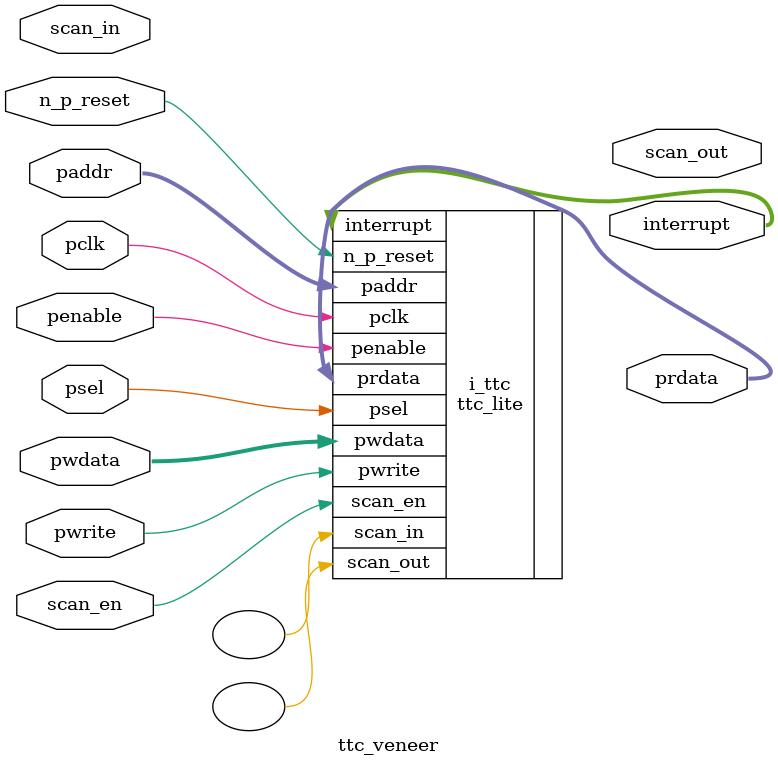
<source format=v>

module ttc_veneer (
           
           //inputs
           n_p_reset,
           pclk,
           psel,
           penable,
           pwrite,
           pwdata,
           paddr,
           scan_in,
           scan_en,

           //outputs
           prdata,
           interrupt,
           scan_out           

           );


//-----------------------------------------------------------------------------
// PORT DECLARATIONS
//-----------------------------------------------------------------------------

   input         n_p_reset;            //System Reset
   input         pclk;                 //System clock
   input         psel;                 //Select line
   input         penable;              //Enable
   input         pwrite;               //Write line, 1 for write, 0 for read
   input [31:0]  pwdata;               //Write data
   input [7:0]   paddr;                //Address Bus register
   input         scan_in;              //Scan chain input port
   input         scan_en;              //Scan chain enable port
   
   output [31:0] prdata;               //Read Data from the APB Interface
   output [3:1]  interrupt;            //Interrupt from PCI 
   output        scan_out;             //Scan chain output port

//##############################################################################
// if the TTC is NOT black boxed 
//##############################################################################
`ifndef FV_KIT_BLACK_BOX_TTC 

ttc_lite i_ttc(

   //inputs
   .n_p_reset(n_p_reset),
   .pclk(pclk),
   .psel(psel),
   .penable(penable),
   .pwrite(pwrite),
   .pwdata(pwdata),
   .paddr(paddr),
   .scan_in(),
   .scan_en(scan_en),

   //outputs
   .prdata(prdata),
   .interrupt(interrupt),
   .scan_out()
);

`else 
//##############################################################################
// if the TTC is black boxed 
//##############################################################################

   wire          n_p_reset;            //System Reset
   wire          pclk;                 //System clock
   wire          psel;                 //Select line
   wire          penable;              //Enable
   wire          pwrite;               //Write line, 1 for write, 0 for read
   wire  [31:0]  pwdata;               //Write data
   wire  [7:0]   paddr;                //Address Bus register
   wire          scan_in;              //Scan chain wire  port
   wire          scan_en;              //Scan chain enable port
   
   reg    [31:0] prdata;               //Read Data from the APB Interface
   reg    [3:1]  interrupt;            //Interrupt from PCI 
   reg           scan_out;             //Scan chain reg    port

`endif
//##############################################################################
// black boxed defines 
//##############################################################################

endmodule

</source>
